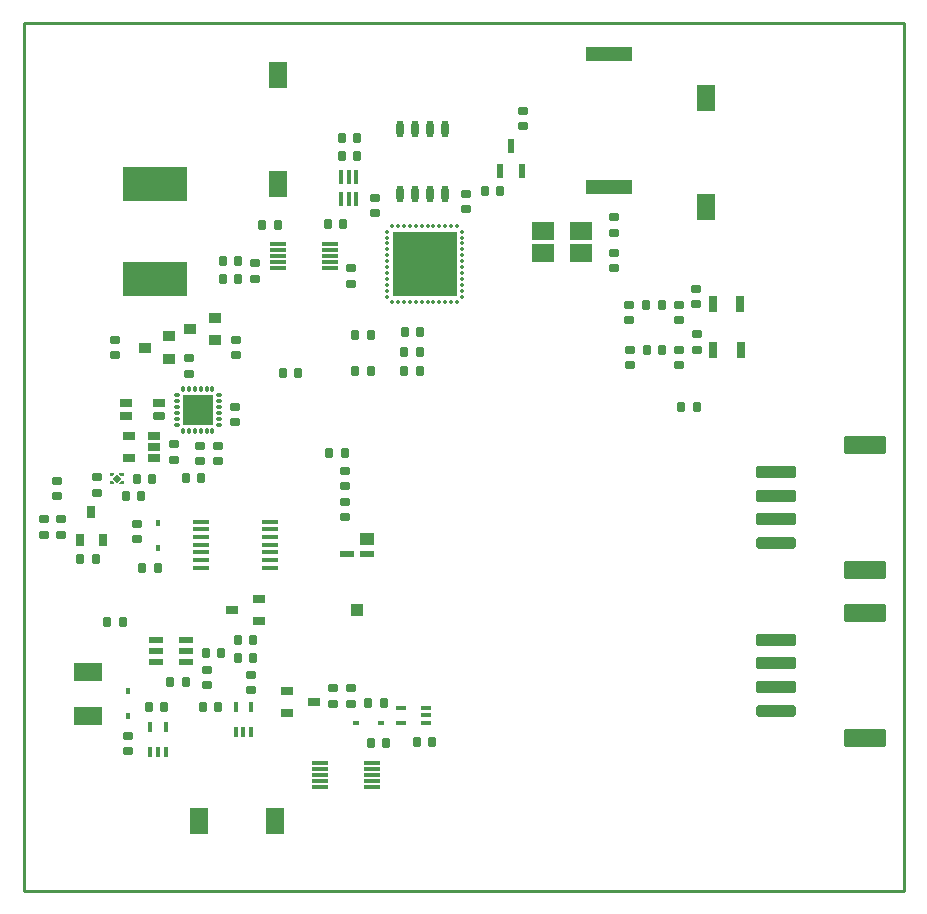
<source format=gtp>
G04*
G04 #@! TF.GenerationSoftware,Altium Limited,Altium Designer,22.10.1 (41)*
G04*
G04 Layer_Color=8421504*
%FSLAX43Y43*%
%MOMM*%
G71*
G04*
G04 #@! TF.SameCoordinates,DCDCABE6-F013-49A3-9D9D-6440811BB2A6*
G04*
G04*
G04 #@! TF.FilePolarity,Positive*
G04*
G01*
G75*
%ADD16C,0.254*%
%ADD17R,5.500X2.950*%
G04:AMPARAMS|DCode=18|XSize=0.7mm|YSize=0.8mm|CornerRadius=0.088mm|HoleSize=0mm|Usage=FLASHONLY|Rotation=180.000|XOffset=0mm|YOffset=0mm|HoleType=Round|Shape=RoundedRectangle|*
%AMROUNDEDRECTD18*
21,1,0.700,0.625,0,0,180.0*
21,1,0.525,0.800,0,0,180.0*
1,1,0.175,-0.263,0.313*
1,1,0.175,0.263,0.313*
1,1,0.175,0.263,-0.313*
1,1,0.175,-0.263,-0.313*
%
%ADD18ROUNDEDRECTD18*%
G04:AMPARAMS|DCode=19|XSize=0.7mm|YSize=0.8mm|CornerRadius=0.088mm|HoleSize=0mm|Usage=FLASHONLY|Rotation=90.000|XOffset=0mm|YOffset=0mm|HoleType=Round|Shape=RoundedRectangle|*
%AMROUNDEDRECTD19*
21,1,0.700,0.625,0,0,90.0*
21,1,0.525,0.800,0,0,90.0*
1,1,0.175,0.313,0.263*
1,1,0.175,0.313,-0.263*
1,1,0.175,-0.313,-0.263*
1,1,0.175,-0.313,0.263*
%
%ADD19ROUNDEDRECTD19*%
%ADD20R,1.400X0.300*%
%ADD21O,0.350X0.500*%
%ADD22O,0.500X0.350*%
%ADD23R,5.400X5.400*%
%ADD24R,0.600X1.250*%
%ADD25O,0.600X1.450*%
%ADD26R,0.400X1.200*%
%ADD27R,4.000X1.200*%
%ADD28R,1.900X1.500*%
%ADD29R,0.750X1.450*%
G04:AMPARAMS|DCode=30|XSize=0.7mm|YSize=1.1mm|CornerRadius=0.098mm|HoleSize=0mm|Usage=FLASHONLY|Rotation=270.000|XOffset=0mm|YOffset=0mm|HoleType=Round|Shape=RoundedRectangle|*
%AMROUNDEDRECTD30*
21,1,0.700,0.904,0,0,270.0*
21,1,0.504,1.100,0,0,270.0*
1,1,0.196,-0.452,-0.252*
1,1,0.196,-0.452,0.252*
1,1,0.196,0.452,0.252*
1,1,0.196,0.452,-0.252*
%
%ADD30ROUNDEDRECTD30*%
G04:AMPARAMS|DCode=31|XSize=0.7mm|YSize=1.1mm|CornerRadius=0.147mm|HoleSize=0mm|Usage=FLASHONLY|Rotation=270.000|XOffset=0mm|YOffset=0mm|HoleType=Round|Shape=RoundedRectangle|*
%AMROUNDEDRECTD31*
21,1,0.700,0.806,0,0,270.0*
21,1,0.406,1.100,0,0,270.0*
1,1,0.294,-0.403,-0.203*
1,1,0.294,-0.403,0.203*
1,1,0.294,0.403,0.203*
1,1,0.294,0.403,-0.203*
%
%ADD31ROUNDEDRECTD31*%
G04:AMPARAMS|DCode=32|XSize=3.4mm|YSize=1mm|CornerRadius=0.25mm|HoleSize=0mm|Usage=FLASHONLY|Rotation=180.000|XOffset=0mm|YOffset=0mm|HoleType=Round|Shape=RoundedRectangle|*
%AMROUNDEDRECTD32*
21,1,3.400,0.500,0,0,180.0*
21,1,2.900,1.000,0,0,180.0*
1,1,0.500,-1.450,0.250*
1,1,0.500,1.450,0.250*
1,1,0.500,1.450,-0.250*
1,1,0.500,-1.450,-0.250*
%
%ADD32ROUNDEDRECTD32*%
G04:AMPARAMS|DCode=33|XSize=3.4mm|YSize=1mm|CornerRadius=0.15mm|HoleSize=0mm|Usage=FLASHONLY|Rotation=180.000|XOffset=0mm|YOffset=0mm|HoleType=Round|Shape=RoundedRectangle|*
%AMROUNDEDRECTD33*
21,1,3.400,0.700,0,0,180.0*
21,1,3.100,1.000,0,0,180.0*
1,1,0.300,-1.550,0.350*
1,1,0.300,1.550,0.350*
1,1,0.300,1.550,-0.350*
1,1,0.300,-1.550,-0.350*
%
%ADD33ROUNDEDRECTD33*%
G04:AMPARAMS|DCode=34|XSize=3.6mm|YSize=1.5mm|CornerRadius=0.195mm|HoleSize=0mm|Usage=FLASHONLY|Rotation=180.000|XOffset=0mm|YOffset=0mm|HoleType=Round|Shape=RoundedRectangle|*
%AMROUNDEDRECTD34*
21,1,3.600,1.110,0,0,180.0*
21,1,3.210,1.500,0,0,180.0*
1,1,0.390,-1.605,0.555*
1,1,0.390,1.605,0.555*
1,1,0.390,1.605,-0.555*
1,1,0.390,-1.605,-0.555*
%
%ADD34ROUNDEDRECTD34*%
%ADD35R,1.000X1.000*%
%ADD36R,1.250X0.500*%
%ADD37R,1.250X1.000*%
%ADD38R,0.600X0.460*%
%ADD39R,0.460X0.600*%
G04:AMPARAMS|DCode=40|XSize=1.1mm|YSize=0.65mm|CornerRadius=0.081mm|HoleSize=0mm|Usage=FLASHONLY|Rotation=180.000|XOffset=0mm|YOffset=0mm|HoleType=Round|Shape=RoundedRectangle|*
%AMROUNDEDRECTD40*
21,1,1.100,0.488,0,0,180.0*
21,1,0.938,0.650,0,0,180.0*
1,1,0.163,-0.469,0.244*
1,1,0.163,0.469,0.244*
1,1,0.163,0.469,-0.244*
1,1,0.163,-0.469,-0.244*
%
%ADD40ROUNDEDRECTD40*%
%ADD41R,0.400X0.850*%
%ADD42R,1.475X0.450*%
%ADD43R,0.850X0.400*%
%ADD44R,1.200X0.600*%
%ADD45R,1.600X2.200*%
%ADD46R,2.400X1.500*%
%ADD47P,0.735X4X90.0*%
%ADD48O,0.550X0.350*%
%ADD49O,0.350X0.550*%
%ADD50R,2.650X2.650*%
%ADD51R,1.600X2.180*%
%ADD52R,1.600X2.200*%
%ADD53R,1.100X0.650*%
%ADD54R,0.650X1.100*%
G04:AMPARAMS|DCode=55|XSize=1.1mm|YSize=0.8mm|CornerRadius=0.1mm|HoleSize=0mm|Usage=FLASHONLY|Rotation=180.000|XOffset=0mm|YOffset=0mm|HoleType=Round|Shape=RoundedRectangle|*
%AMROUNDEDRECTD55*
21,1,1.100,0.600,0,0,180.0*
21,1,0.900,0.800,0,0,180.0*
1,1,0.200,-0.450,0.300*
1,1,0.200,0.450,0.300*
1,1,0.200,0.450,-0.300*
1,1,0.200,-0.450,-0.300*
%
%ADD55ROUNDEDRECTD55*%
G36*
X7690Y34555D02*
Y34445D01*
X7300D01*
Y34705D01*
X7540D01*
X7690Y34555D01*
D02*
G37*
G36*
Y35245D02*
X7540Y35095D01*
X7300D01*
Y35355D01*
X7690D01*
Y35245D01*
D02*
G37*
G36*
X8500Y34445D02*
X8110D01*
Y34555D01*
X8260Y34705D01*
X8500D01*
Y34445D01*
D02*
G37*
G36*
Y35095D02*
X8260D01*
X8110Y35245D01*
Y35355D01*
X8500D01*
Y35095D01*
D02*
G37*
D16*
X0Y0D02*
X74500D01*
X74500Y73500D02*
X74500Y0D01*
X0Y73500D02*
X74500D01*
X0Y0D02*
Y73500D01*
D17*
X11100Y59875D02*
D03*
Y51775D02*
D03*
D18*
X21500Y56350D02*
D03*
X20200D02*
D03*
X18182Y51801D02*
D03*
X16882D02*
D03*
X18175Y53300D02*
D03*
X16875D02*
D03*
X39025Y59275D02*
D03*
X40325D02*
D03*
X52775Y45750D02*
D03*
X54075D02*
D03*
X32250Y45625D02*
D03*
X33550D02*
D03*
X32275Y47325D02*
D03*
X33575D02*
D03*
X32250Y43975D02*
D03*
X33550D02*
D03*
X28075Y44000D02*
D03*
X29375D02*
D03*
X52725Y49575D02*
D03*
X54025D02*
D03*
X28075Y47075D02*
D03*
X29375D02*
D03*
X27061Y56425D02*
D03*
X25761D02*
D03*
X26950Y63750D02*
D03*
X28250D02*
D03*
X28225Y62225D02*
D03*
X26925D02*
D03*
X25875Y37100D02*
D03*
X27175D02*
D03*
X15200Y15525D02*
D03*
X16500D02*
D03*
X10050Y27325D02*
D03*
X11350D02*
D03*
X34575Y12600D02*
D03*
X33275D02*
D03*
X19425Y19725D02*
D03*
X18125D02*
D03*
X29425Y12475D02*
D03*
X30725D02*
D03*
X10875Y34850D02*
D03*
X9575D02*
D03*
X8400Y22775D02*
D03*
X7100D02*
D03*
X11900Y15525D02*
D03*
X10600D02*
D03*
X12425Y17700D02*
D03*
X13725D02*
D03*
X57000Y40925D02*
D03*
X55700D02*
D03*
X15025Y34950D02*
D03*
X13725D02*
D03*
X18125Y21200D02*
D03*
X19425D02*
D03*
X29200Y15900D02*
D03*
X30500D02*
D03*
X4800Y28125D02*
D03*
X6100D02*
D03*
X9950Y33400D02*
D03*
X8650D02*
D03*
X15450Y20125D02*
D03*
X16750D02*
D03*
X23250Y43850D02*
D03*
X21950D02*
D03*
D19*
X19625Y51825D02*
D03*
Y53125D02*
D03*
X29750Y57375D02*
D03*
Y58675D02*
D03*
X37450Y59000D02*
D03*
Y57700D02*
D03*
X50025Y52700D02*
D03*
Y54000D02*
D03*
X50000Y57025D02*
D03*
Y55725D02*
D03*
X42258Y64746D02*
D03*
Y66046D02*
D03*
X55450Y49625D02*
D03*
Y48325D02*
D03*
X55500Y45800D02*
D03*
Y44500D02*
D03*
X56975Y45800D02*
D03*
Y47100D02*
D03*
X56925Y49650D02*
D03*
Y50950D02*
D03*
X51300Y49625D02*
D03*
Y48325D02*
D03*
X51375Y45800D02*
D03*
Y44500D02*
D03*
X27750Y52700D02*
D03*
Y51400D02*
D03*
X27175Y32900D02*
D03*
Y31600D02*
D03*
X27175Y34275D02*
D03*
Y35575D02*
D03*
X8825Y11825D02*
D03*
Y13125D02*
D03*
X27750Y17150D02*
D03*
Y15850D02*
D03*
X1725Y30150D02*
D03*
Y31450D02*
D03*
X9600Y31050D02*
D03*
Y29750D02*
D03*
X6225Y33700D02*
D03*
Y35000D02*
D03*
X17900Y39675D02*
D03*
Y40975D02*
D03*
X14975Y36350D02*
D03*
Y37650D02*
D03*
X12725Y36500D02*
D03*
Y37800D02*
D03*
X19250Y18300D02*
D03*
Y17000D02*
D03*
X26225Y15850D02*
D03*
Y17150D02*
D03*
X3200Y31450D02*
D03*
Y30150D02*
D03*
X15500Y17375D02*
D03*
Y18675D02*
D03*
X2870Y34730D02*
D03*
Y33430D02*
D03*
X7770Y45340D02*
D03*
Y46640D02*
D03*
X17950Y45350D02*
D03*
Y46650D02*
D03*
X13975Y45075D02*
D03*
Y43775D02*
D03*
X16475Y36350D02*
D03*
Y37650D02*
D03*
D20*
X21525Y52725D02*
D03*
Y53225D02*
D03*
Y53725D02*
D03*
Y54225D02*
D03*
Y54725D02*
D03*
X25925D02*
D03*
Y54225D02*
D03*
Y53725D02*
D03*
Y53225D02*
D03*
Y52725D02*
D03*
X29475Y8800D02*
D03*
Y9300D02*
D03*
Y9800D02*
D03*
Y10300D02*
D03*
Y10800D02*
D03*
X25075D02*
D03*
Y10300D02*
D03*
Y9800D02*
D03*
Y9300D02*
D03*
Y8800D02*
D03*
D21*
X31200Y49850D02*
D03*
X31700D02*
D03*
X32200D02*
D03*
X32700D02*
D03*
X33200D02*
D03*
X33700D02*
D03*
X34200D02*
D03*
X34700D02*
D03*
X35200D02*
D03*
X35700D02*
D03*
X36200D02*
D03*
X36700D02*
D03*
Y56250D02*
D03*
X36200D02*
D03*
X35700D02*
D03*
X35200D02*
D03*
X34700D02*
D03*
X34200D02*
D03*
X33700D02*
D03*
X33200D02*
D03*
X32700D02*
D03*
X32200D02*
D03*
X31700D02*
D03*
X31200D02*
D03*
D22*
X37150Y50300D02*
D03*
Y50800D02*
D03*
Y51300D02*
D03*
Y51800D02*
D03*
Y52300D02*
D03*
Y52800D02*
D03*
Y53300D02*
D03*
Y53800D02*
D03*
Y54300D02*
D03*
Y54800D02*
D03*
Y55300D02*
D03*
Y55800D02*
D03*
X30750D02*
D03*
Y55300D02*
D03*
Y54800D02*
D03*
Y54300D02*
D03*
Y53800D02*
D03*
Y53300D02*
D03*
Y52800D02*
D03*
Y52300D02*
D03*
Y51800D02*
D03*
Y51300D02*
D03*
Y50800D02*
D03*
Y50300D02*
D03*
D23*
X33950Y53050D02*
D03*
D24*
X41275Y63075D02*
D03*
X42230Y60975D02*
D03*
X40320D02*
D03*
D25*
X31870Y59000D02*
D03*
X33140D02*
D03*
X34410D02*
D03*
X35680D02*
D03*
X31870Y64450D02*
D03*
X33140D02*
D03*
X34410D02*
D03*
X35680D02*
D03*
D26*
X26875Y60450D02*
D03*
X27525D02*
D03*
X28175D02*
D03*
Y58550D02*
D03*
X27525D02*
D03*
X26875D02*
D03*
D27*
X49550Y59600D02*
D03*
Y70800D02*
D03*
D28*
X43975Y55825D02*
D03*
X47175D02*
D03*
X43975Y53975D02*
D03*
X47175D02*
D03*
D29*
X60700Y45775D02*
D03*
X58400D02*
D03*
X60650Y49675D02*
D03*
X58350D02*
D03*
D30*
X8640Y41280D02*
D03*
X11440D02*
D03*
X8640Y40180D02*
D03*
D31*
X11440D02*
D03*
D32*
X63700Y15250D02*
D03*
Y29450D02*
D03*
D33*
Y17250D02*
D03*
Y19250D02*
D03*
Y21250D02*
D03*
Y31450D02*
D03*
Y33450D02*
D03*
Y35450D02*
D03*
D34*
X71200Y12950D02*
D03*
Y23550D02*
D03*
Y27150D02*
D03*
Y37750D02*
D03*
D35*
X28225Y23800D02*
D03*
D36*
X29100Y28550D02*
D03*
X27350D02*
D03*
D37*
X29100Y29800D02*
D03*
D38*
X30250Y14200D02*
D03*
X28150D02*
D03*
D39*
X8825Y14800D02*
D03*
Y16900D02*
D03*
X11350Y31150D02*
D03*
Y29050D02*
D03*
D40*
X11040Y36620D02*
D03*
Y38520D02*
D03*
Y37570D02*
D03*
X8940Y36620D02*
D03*
Y38520D02*
D03*
D41*
X17950Y15550D02*
D03*
X19250D02*
D03*
Y13450D02*
D03*
X18600D02*
D03*
X17950D02*
D03*
X10725Y11775D02*
D03*
X11375D02*
D03*
X12025D02*
D03*
Y13875D02*
D03*
X10725D02*
D03*
D42*
X14987Y27350D02*
D03*
Y28000D02*
D03*
Y28650D02*
D03*
Y29300D02*
D03*
Y29950D02*
D03*
Y30600D02*
D03*
Y31250D02*
D03*
X20863D02*
D03*
Y30600D02*
D03*
Y29950D02*
D03*
Y29300D02*
D03*
Y28650D02*
D03*
Y28000D02*
D03*
Y27350D02*
D03*
D43*
X34050Y14200D02*
D03*
Y14850D02*
D03*
Y15500D02*
D03*
X31950D02*
D03*
Y14200D02*
D03*
D44*
X13750Y19325D02*
D03*
Y20275D02*
D03*
Y21225D02*
D03*
X11250D02*
D03*
Y20275D02*
D03*
Y19325D02*
D03*
D45*
X14875Y5925D02*
D03*
X21275D02*
D03*
D46*
X5450Y14825D02*
D03*
Y18525D02*
D03*
D47*
X7900Y34900D02*
D03*
D48*
X12970Y41960D02*
D03*
Y41460D02*
D03*
Y40960D02*
D03*
Y40460D02*
D03*
Y39960D02*
D03*
Y39460D02*
D03*
X16520D02*
D03*
Y39960D02*
D03*
Y40460D02*
D03*
Y40960D02*
D03*
Y41460D02*
D03*
Y41960D02*
D03*
D49*
X13495Y38935D02*
D03*
X13995D02*
D03*
X14495D02*
D03*
X14995D02*
D03*
X15495D02*
D03*
X15995D02*
D03*
Y42485D02*
D03*
X15495D02*
D03*
X14995D02*
D03*
X14495D02*
D03*
X13995D02*
D03*
X13495D02*
D03*
D50*
X14745Y40710D02*
D03*
D51*
X21575Y69045D02*
D03*
X57775Y67120D02*
D03*
D52*
X21575Y59855D02*
D03*
X57775Y57930D02*
D03*
D53*
X17650Y23750D02*
D03*
X19950Y24700D02*
D03*
Y22800D02*
D03*
X24600Y15975D02*
D03*
X22300Y15025D02*
D03*
Y16925D02*
D03*
D54*
X5750Y32025D02*
D03*
X6700Y29725D02*
D03*
X4800D02*
D03*
D55*
X16225Y46625D02*
D03*
Y48525D02*
D03*
X14125Y47575D02*
D03*
X12350Y45025D02*
D03*
Y46925D02*
D03*
X10250Y45975D02*
D03*
M02*

</source>
